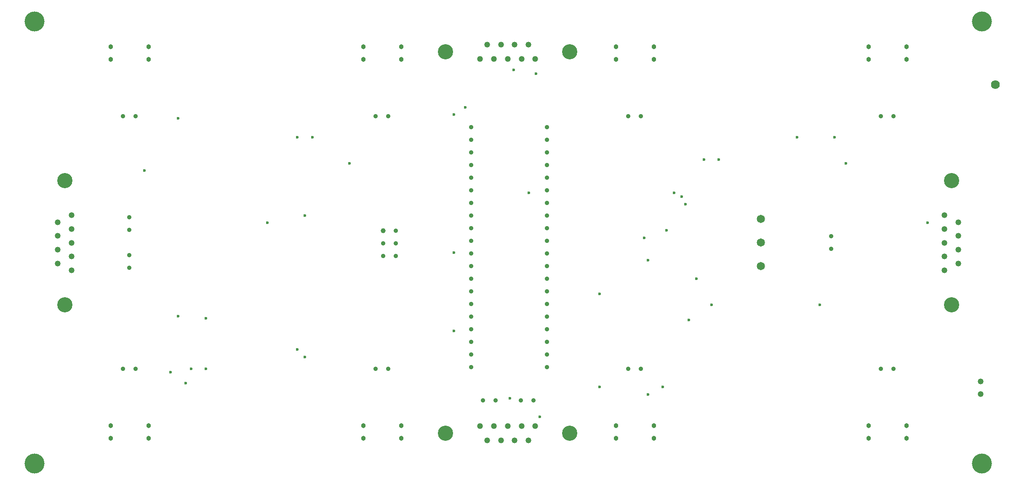
<source format=gbr>
G04 Generated by Ultiboard 13.0 *
%FSLAX34Y34*%
%MOMM*%

%ADD11C,4.0000*%
%ADD12C,0.8890*%
%ADD13C,1.1810*%
%ADD14C,1.7800*%
%ADD15C,1.1811*%
%ADD16C,3.0480*%
%ADD17C,0.9652*%
%ADD18C,1.6500*%
%ADD19C,0.9949*%
%ADD20C,0.6000*%


G04 ColorRGB 000000 for the following layer *
%LNDrill-Copper Top-Copper Bottom*%
%LPD*%
G54D11*
X63500Y952500D03*
X63500Y63500D03*
X1968500Y63500D03*
X1968500Y952500D03*
G54D12*
X1790700Y254000D03*
X1765300Y254000D03*
X1666000Y520400D03*
X1666000Y495000D03*
X266700Y762000D03*
X241300Y762000D03*
X1790700Y762000D03*
X1765300Y762000D03*
X254000Y533400D03*
X254000Y558800D03*
X254000Y457200D03*
X254000Y482600D03*
X266700Y254000D03*
X241300Y254000D03*
X774700Y762000D03*
X749300Y762000D03*
X1282700Y762000D03*
X1257300Y762000D03*
X790400Y532000D03*
X790400Y481200D03*
X765000Y481200D03*
X790400Y506600D03*
X765000Y506600D03*
X1282700Y254000D03*
X1257300Y254000D03*
X774700Y254000D03*
X749300Y254000D03*
X1066800Y190500D03*
X1041400Y190500D03*
X990600Y190500D03*
X965200Y190500D03*
X1093945Y739600D03*
X941545Y714200D03*
X941545Y688800D03*
X941545Y663400D03*
X941545Y638000D03*
X941545Y612600D03*
X941545Y587200D03*
X941545Y536400D03*
X941545Y561800D03*
X941545Y511000D03*
X941545Y460200D03*
X941545Y485600D03*
X941545Y434800D03*
X941545Y409400D03*
X941545Y384000D03*
X941545Y358600D03*
X941545Y257000D03*
X941545Y333200D03*
X941545Y307800D03*
X941545Y282400D03*
X1093945Y587200D03*
X1093945Y714200D03*
X1093945Y688800D03*
X1093945Y663400D03*
X1093945Y638000D03*
X1093945Y612600D03*
X1093945Y536400D03*
X1093945Y561800D03*
X1093945Y511000D03*
X1093945Y460200D03*
X1093945Y485600D03*
X1093945Y434800D03*
X1093945Y257000D03*
X1093945Y409400D03*
X1093945Y384000D03*
X1093945Y358600D03*
X1093945Y333200D03*
X1093945Y307800D03*
X1093945Y282400D03*
X941545Y739600D03*
G54D13*
X1965960Y203200D03*
X1965960Y228600D03*
G54D14*
X1996144Y825110D03*
G54D15*
X138700Y562800D03*
X138700Y507428D03*
X138700Y452056D03*
X138700Y479742D03*
X138700Y535114D03*
X110252Y465899D03*
X110252Y521271D03*
X110252Y493585D03*
X110252Y548957D03*
X1893300Y562800D03*
X1893300Y507428D03*
X1893300Y535114D03*
X1893300Y479742D03*
X1893300Y452056D03*
X1921748Y521271D03*
X1921748Y548957D03*
X1921748Y493585D03*
X1921748Y465899D03*
X1070800Y138700D03*
X1015428Y138700D03*
X1043114Y138700D03*
X987742Y138700D03*
X960056Y138700D03*
X1029271Y110252D03*
X1056957Y110252D03*
X1001585Y110252D03*
X973899Y110252D03*
X1070800Y877300D03*
X1015428Y877300D03*
X960056Y877300D03*
X987742Y877300D03*
X1043114Y877300D03*
X973899Y905748D03*
X1029271Y905748D03*
X1001585Y905748D03*
X1056957Y905748D03*
G54D16*
X124476Y382460D03*
X124476Y632396D03*
X1907524Y632396D03*
X1907524Y382460D03*
X1140396Y124476D03*
X890460Y124476D03*
X890460Y891524D03*
X1140396Y891524D03*
G54D17*
X217108Y114300D03*
X217108Y139700D03*
X293308Y114300D03*
X293308Y139700D03*
X1741108Y114300D03*
X1741108Y139700D03*
X1817308Y114300D03*
X1817308Y139700D03*
X1741108Y901700D03*
X1741108Y876300D03*
X1817308Y901700D03*
X1817308Y876300D03*
X217108Y901700D03*
X217108Y876300D03*
X725108Y901700D03*
X725108Y876300D03*
X801308Y901700D03*
X801308Y876300D03*
X1309308Y901700D03*
X1309308Y876300D03*
X1233108Y901700D03*
X1233108Y876300D03*
X1309308Y114300D03*
X1309308Y139700D03*
X1233108Y114300D03*
X1233108Y139700D03*
X801308Y114300D03*
X801308Y139700D03*
X725108Y114300D03*
X725108Y139700D03*
X293308Y901700D03*
X293308Y876300D03*
G54D18*
X1524000Y555500D03*
X1524000Y508000D03*
X1524000Y460500D03*
G54D19*
X765000Y532000D03*
G54D20*
X1695000Y667500D03*
X1020000Y195000D03*
X1057500Y607500D03*
X697500Y667500D03*
X1327500Y217500D03*
X592500Y292500D03*
X930000Y780000D03*
X532500Y547500D03*
X1380000Y352500D03*
X1372500Y585000D03*
X1350000Y607500D03*
X1297500Y202500D03*
X1365000Y600000D03*
X1027500Y855000D03*
X607500Y562500D03*
X907500Y487500D03*
X592500Y720000D03*
X622500Y720000D03*
X1425000Y382500D03*
X1642500Y382500D03*
X1597500Y720000D03*
X1672500Y720000D03*
X1072500Y847500D03*
X1200000Y217500D03*
X1200000Y405000D03*
X1297500Y472500D03*
X1290000Y517500D03*
X907500Y765000D03*
X1440000Y675000D03*
X1410000Y675000D03*
X1860000Y547500D03*
X285000Y652500D03*
X1080000Y157500D03*
X1335000Y532500D03*
X1395000Y435000D03*
X352500Y757500D03*
X607500Y277500D03*
X907500Y330000D03*
X367500Y225000D03*
X408700Y254000D03*
X337500Y247500D03*
X378700Y254000D03*
X408700Y355600D03*
X352500Y360000D03*

M02*

</source>
